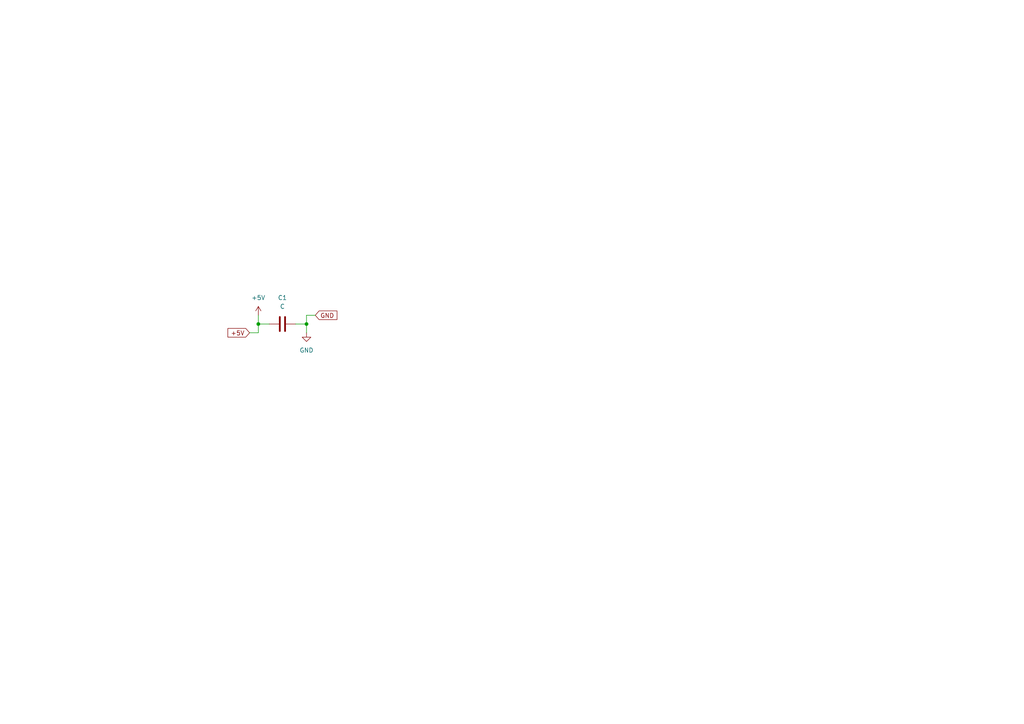
<source format=kicad_sch>
(kicad_sch (version 20230121) (generator eeschema)
  (paper "A4")
  (lib_symbols
    (symbol "Device:C" (pin_numbers hide) (pin_names (offset 0.254))
      (property "Reference" "C" (at 0.635 2.54 0))
      (property "Value" "C" (at 0.635 -2.54 0))
      (symbol "C_0_1"
        (polyline (pts (xy -2.032 -0.762) (xy 2.032 -0.762)) (stroke (width 0.508)))
        (polyline (pts (xy -2.032 0.762) (xy 2.032 0.762)) (stroke (width 0.508)))
      )
      (symbol "C_1_1"
        (pin passive line (at 0 3.81 270) (length 2.794) (name "~") (number "1"))
        (pin passive line (at 0 -3.81 90) (length 2.794) (name "~") (number "2"))
      )
    )
    (symbol "power:+5V" (power) (pin_names (offset 0))
      (property "Value" "+5V" (at 0 3.556 0))
      (symbol "+5V_0_1"
        (polyline (pts (xy -0.762 1.27) (xy 0 2.54)))
        (polyline (pts (xy 0 0) (xy 0 2.54)))
        (polyline (pts (xy 0 2.54) (xy 0.762 1.27)))
      )
      (symbol "+5V_1_1"
        (pin power_in line (at 0 0 90) (length 0) hide (name "+5V") (number "1"))
      )
    )
    (symbol "power:GND" (power) (pin_names (offset 0))
      (property "Value" "GND" (at 0 -3.81 0))
      (symbol "GND_0_1"
        (polyline (pts (xy 0 0) (xy 0 -1.27) (xy 1.27 -1.27) (xy 0 -2.54) (xy -1.27 -1.27) (xy 0 -1.27)))
      )
      (symbol "GND_1_1"
        (pin power_in line (at 0 0 270) (length 0) hide (name "GND") (number "1"))
      )
    )
  )
  (junction (at 88.9 93.98))
  (junction (at 74.93 93.98))
  (wire (pts (xy 74.93 96.52) (xy 74.93 93.98)))
  (wire (pts (xy 74.93 93.98) (xy 78.105 93.98)))
  (wire (pts (xy 74.93 93.98) (xy 74.93 91.44)))
  (wire (pts (xy 91.44 91.44) (xy 88.9 91.44)))
  (wire (pts (xy 85.725 93.98) (xy 88.9 93.98)))
  (wire (pts (xy 72.39 96.52) (xy 74.93 96.52)))
  (wire (pts (xy 88.9 91.44) (xy 88.9 93.98)))
  (wire (pts (xy 88.9 93.98) (xy 88.9 96.52)))
  (global_label "+5V" (shape input) (at 72.39 96.52 180) (property "Intersheetrefs" "${INTERSHEET_REFS}" (effects hide)))
  (global_label "GND" (shape input) (at 91.44 91.44 0) (property "Intersheetrefs" "${INTERSHEET_REFS}" (effects hide)))
  (symbol (lib_id "Device:C") (at 81.915 93.98 90) (unit 1)
    (property "Reference" "C1" (at 81.915 86.36 90))
    (property "Value" "C" (at 81.915 88.9 90))
    (property "Footprint" "Capacitor_THT:CP_Radial_D4.0mm_P2.00mm" (effects hide))
  )
  (symbol (lib_id "power:+5V") (at 74.93 91.44 0) (unit 1)
    (property "Reference" "#PWR02" (effects hide))
    (property "Value" "+5V" (at 74.93 86.36 0))
  )
  (symbol (lib_id "power:GND") (at 88.9 96.52 0) (unit 1)
    (property "Reference" "#PWR01" (effects hide))
    (property "Value" "GND" (at 88.9 101.6 0))
  )
)
</source>
